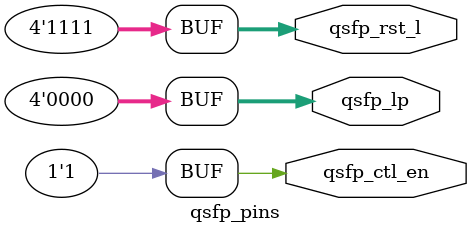
<source format=v>
module qsfp_pins
(
    // Active-low reset to the QSFP transceiver module
    output[3:0] qsfp_rst_l,

    // Active-high "low power" setting for the QSFP transceiver module
    output[3:0] qsfp_lp,
    
    // Enable FPGA control over the QSFP control pins
    output      qsfp_ctl_en
);

assign qsfp_ctl_en = 1;

assign qsfp_rst_l = 4'b1111;
assign qsfp_lp    = 4'b0000;


endmodule

</source>
